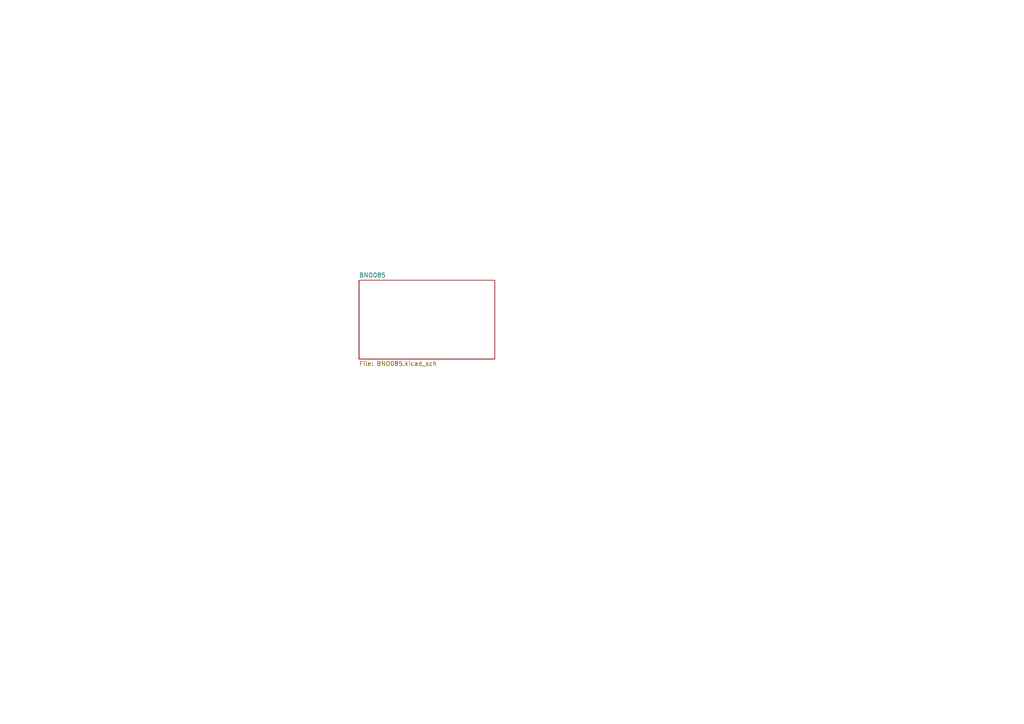
<source format=kicad_sch>
(kicad_sch
	(version 20231120)
	(generator "eeschema")
	(generator_version "8.0")
	(uuid "f32c1c49-f803-4e7c-a530-6db148a7ba36")
	(paper "A4")
	(lib_symbols)
	(sheet
		(at 104.14 81.28)
		(size 39.37 22.86)
		(fields_autoplaced yes)
		(stroke
			(width 0.1524)
			(type solid)
		)
		(fill
			(color 0 0 0 0.0000)
		)
		(uuid "1072de81-ddaf-4115-9b1e-8b480e2a0117")
		(property "Sheetname" "BNO085"
			(at 104.14 80.5684 0)
			(effects
				(font
					(size 1.27 1.27)
				)
				(justify left bottom)
			)
		)
		(property "Sheetfile" "BNO085.kicad_sch"
			(at 104.14 104.7246 0)
			(effects
				(font
					(size 1.27 1.27)
				)
				(justify left top)
			)
		)
		(instances
			(project "uSlime_BNO085"
				(path "/f32c1c49-f803-4e7c-a530-6db148a7ba36"
					(page "4")
				)
			)
		)
	)
	(sheet_instances
		(path "/"
			(page "1")
		)
	)
)

</source>
